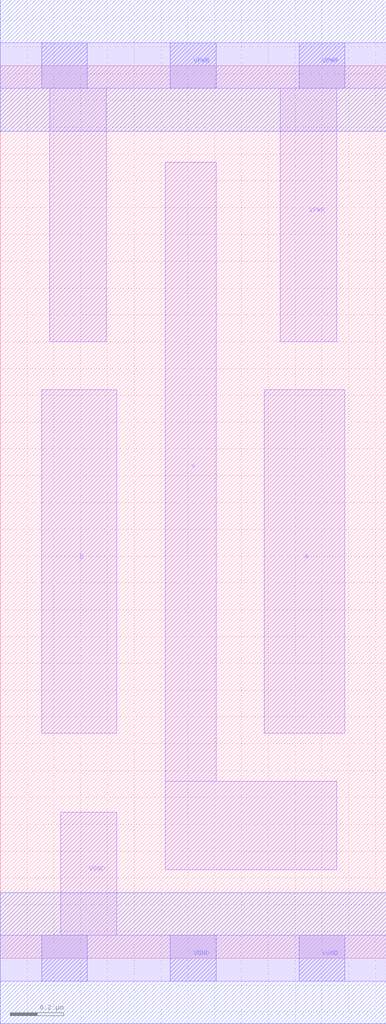
<source format=lef>
# Copyright 2020 The SkyWater PDK Authors
#
# Licensed under the Apache License, Version 2.0 (the "License");
# you may not use this file except in compliance with the License.
# You may obtain a copy of the License at
#
#     https://www.apache.org/licenses/LICENSE-2.0
#
# Unless required by applicable law or agreed to in writing, software
# distributed under the License is distributed on an "AS IS" BASIS,
# WITHOUT WARRANTIES OR CONDITIONS OF ANY KIND, either express or implied.
# See the License for the specific language governing permissions and
# limitations under the License.
#
# SPDX-License-Identifier: Apache-2.0

VERSION 5.7 ;
  NAMESCASESENSITIVE ON ;
  NOWIREEXTENSIONATPIN ON ;
  DIVIDERCHAR "/" ;
  BUSBITCHARS "[]" ;
UNITS
  DATABASE MICRONS 200 ;
END UNITS
MACRO sky130_fd_sc_lp__nand2_m
  CLASS CORE ;
  SOURCE USER ;
  FOREIGN sky130_fd_sc_lp__nand2_m ;
  ORIGIN  0.000000  0.000000 ;
  SIZE  1.440000 BY  3.330000 ;
  SYMMETRY X Y R90 ;
  SITE unit ;
  PIN A
    ANTENNAGATEAREA  0.126000 ;
    DIRECTION INPUT ;
    USE SIGNAL ;
    PORT
      LAYER li1 ;
        RECT 0.985000 0.840000 1.285000 2.120000 ;
    END
  END A
  PIN B
    ANTENNAGATEAREA  0.126000 ;
    DIRECTION INPUT ;
    USE SIGNAL ;
    PORT
      LAYER li1 ;
        RECT 0.155000 0.840000 0.435000 2.120000 ;
    END
  END B
  PIN Y
    ANTENNADIFFAREA  0.228900 ;
    DIRECTION OUTPUT ;
    USE SIGNAL ;
    PORT
      LAYER li1 ;
        RECT 0.615000 0.330000 1.255000 0.660000 ;
        RECT 0.615000 0.660000 0.805000 2.970000 ;
    END
  END Y
  PIN VGND
    DIRECTION INOUT ;
    USE GROUND ;
    PORT
      LAYER li1 ;
        RECT 0.000000 -0.085000 1.440000 0.085000 ;
        RECT 0.225000  0.085000 0.435000 0.545000 ;
      LAYER mcon ;
        RECT 0.155000 -0.085000 0.325000 0.085000 ;
        RECT 0.635000 -0.085000 0.805000 0.085000 ;
        RECT 1.115000 -0.085000 1.285000 0.085000 ;
      LAYER met1 ;
        RECT 0.000000 -0.245000 1.440000 0.245000 ;
    END
  END VGND
  PIN VPWR
    DIRECTION INOUT ;
    USE POWER ;
    PORT
      LAYER li1 ;
        RECT 0.000000 3.245000 1.440000 3.415000 ;
        RECT 0.185000 2.300000 0.395000 3.245000 ;
        RECT 1.045000 2.300000 1.255000 3.245000 ;
      LAYER mcon ;
        RECT 0.155000 3.245000 0.325000 3.415000 ;
        RECT 0.635000 3.245000 0.805000 3.415000 ;
        RECT 1.115000 3.245000 1.285000 3.415000 ;
      LAYER met1 ;
        RECT 0.000000 3.085000 1.440000 3.575000 ;
    END
  END VPWR
END sky130_fd_sc_lp__nand2_m

</source>
